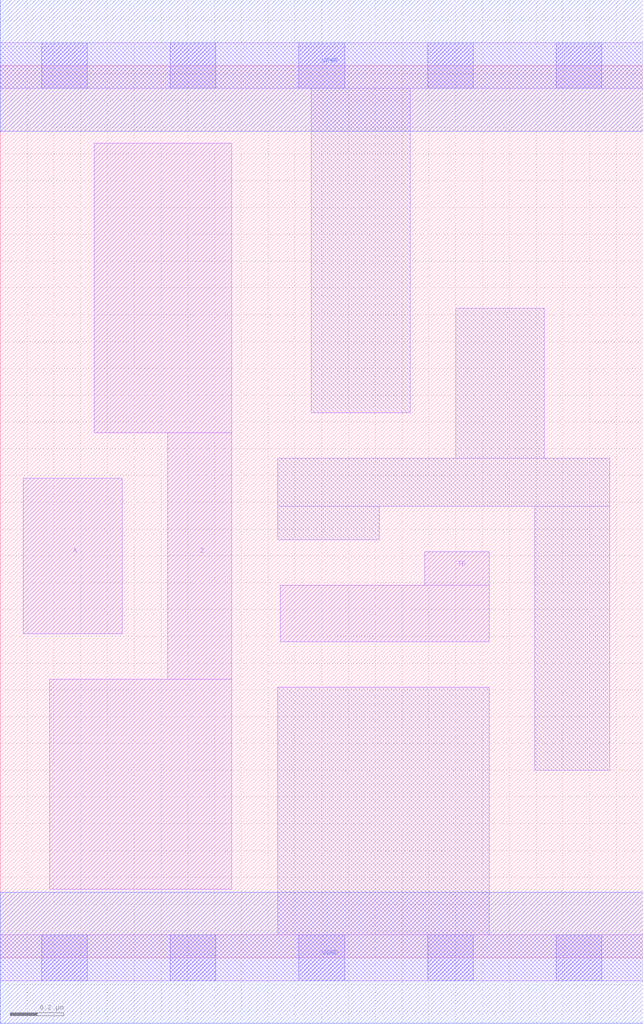
<source format=lef>
# Copyright 2020 The SkyWater PDK Authors
#
# Licensed under the Apache License, Version 2.0 (the "License");
# you may not use this file except in compliance with the License.
# You may obtain a copy of the License at
#
#     https://www.apache.org/licenses/LICENSE-2.0
#
# Unless required by applicable law or agreed to in writing, software
# distributed under the License is distributed on an "AS IS" BASIS,
# WITHOUT WARRANTIES OR CONDITIONS OF ANY KIND, either express or implied.
# See the License for the specific language governing permissions and
# limitations under the License.
#
# SPDX-License-Identifier: Apache-2.0

VERSION 5.7 ;
  NAMESCASESENSITIVE ON ;
  NOWIREEXTENSIONATPIN ON ;
  DIVIDERCHAR "/" ;
  BUSBITCHARS "[]" ;
UNITS
  DATABASE MICRONS 200 ;
END UNITS
MACRO sky130_fd_sc_lp__einvp_1
  CLASS CORE ;
  SOURCE USER ;
  FOREIGN sky130_fd_sc_lp__einvp_1 ;
  ORIGIN  0.000000  0.000000 ;
  SIZE  2.400000 BY  3.330000 ;
  SYMMETRY X Y R90 ;
  SITE unit ;
  PIN A
    ANTENNAGATEAREA  0.276000 ;
    DIRECTION INPUT ;
    USE SIGNAL ;
    PORT
      LAYER li1 ;
        RECT 0.085000 1.210000 0.455000 1.790000 ;
    END
  END A
  PIN TE
    ANTENNAGATEAREA  0.252000 ;
    DIRECTION INPUT ;
    USE SIGNAL ;
    PORT
      LAYER li1 ;
        RECT 1.045000 1.180000 1.825000 1.390000 ;
        RECT 1.585000 1.390000 1.825000 1.515000 ;
    END
  END TE
  PIN Z
    ANTENNADIFFAREA  0.507600 ;
    DIRECTION OUTPUT ;
    USE SIGNAL ;
    PORT
      LAYER li1 ;
        RECT 0.185000 0.255000 0.865000 1.040000 ;
        RECT 0.350000 1.960000 0.865000 3.040000 ;
        RECT 0.625000 1.040000 0.865000 1.960000 ;
    END
  END Z
  PIN VGND
    DIRECTION INOUT ;
    USE GROUND ;
    PORT
      LAYER met1 ;
        RECT 0.000000 -0.245000 2.400000 0.245000 ;
    END
  END VGND
  PIN VPWR
    DIRECTION INOUT ;
    USE POWER ;
    PORT
      LAYER met1 ;
        RECT 0.000000 3.085000 2.400000 3.575000 ;
    END
  END VPWR
  OBS
    LAYER li1 ;
      RECT 0.000000 -0.085000 2.400000 0.085000 ;
      RECT 0.000000  3.245000 2.400000 3.415000 ;
      RECT 1.035000  0.085000 1.825000 1.010000 ;
      RECT 1.035000  1.560000 1.415000 1.685000 ;
      RECT 1.035000  1.685000 2.275000 1.865000 ;
      RECT 1.160000  2.035000 1.530000 3.245000 ;
      RECT 1.700000  1.865000 2.030000 2.425000 ;
      RECT 1.995000  0.700000 2.275000 1.685000 ;
    LAYER mcon ;
      RECT 0.155000 -0.085000 0.325000 0.085000 ;
      RECT 0.155000  3.245000 0.325000 3.415000 ;
      RECT 0.635000 -0.085000 0.805000 0.085000 ;
      RECT 0.635000  3.245000 0.805000 3.415000 ;
      RECT 1.115000 -0.085000 1.285000 0.085000 ;
      RECT 1.115000  3.245000 1.285000 3.415000 ;
      RECT 1.595000 -0.085000 1.765000 0.085000 ;
      RECT 1.595000  3.245000 1.765000 3.415000 ;
      RECT 2.075000 -0.085000 2.245000 0.085000 ;
      RECT 2.075000  3.245000 2.245000 3.415000 ;
  END
END sky130_fd_sc_lp__einvp_1

</source>
